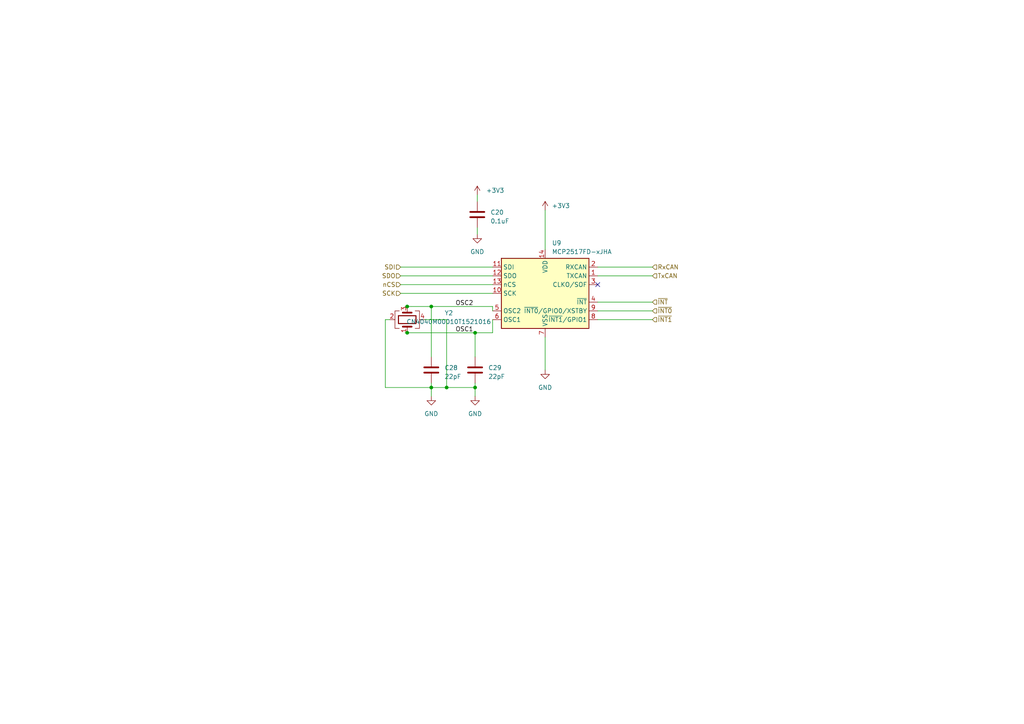
<source format=kicad_sch>
(kicad_sch (version 20231120) (generator "eeschema") (generator_version "8.0")
  (paper "A4")
  (title_block (title "SPI to CAN converter") (date "2023-11-15") (comment 1 "Author Originel: Yassine Bakkali") (comment 2 "Revision faite par Pedro Conde"))
  (lib_symbols
    (symbol "Device:C" (pin_numbers hide) (pin_names (offset 0.254))
      (property "Reference" "C" (at 0.635 2.54 0))
      (property "Value" "C" (at 0.635 -2.54 0))
      (symbol "C_0_1"
        (polyline (pts (xy -2.032 -0.762) (xy 2.032 -0.762)) (stroke (width 0.508)))
        (polyline (pts (xy -2.032 0.762) (xy 2.032 0.762)) (stroke (width 0.508)))
      )
      (symbol "C_1_1"
        (pin passive line (at 0 3.81 270) (length 2.794) (name "~") (number "1"))
        (pin passive line (at 0 -3.81 90) (length 2.794) (name "~") (number "2"))
      )
    )
    (symbol "Device:Crystal_GND24" (pin_names (offset 1.016) hide)
      (property "Reference" "Y" (at 3.175 5.08 0))
      (property "Value" "Crystal_GND24" (at 3.175 3.175 0))
      (symbol "Crystal_GND24_0_1"
        (rectangle (start -1.143 2.54) (end 1.143 -2.54) (stroke (width 0.3048)))
        (polyline (pts (xy -2.54 0) (xy -2.032 0)))
        (polyline (pts (xy -2.032 -1.27) (xy -2.032 1.27)) (stroke (width 0.508)))
        (polyline (pts (xy 0 -3.81) (xy 0 -3.556)))
        (polyline (pts (xy 0 3.556) (xy 0 3.81)))
        (polyline (pts (xy 2.032 -1.27) (xy 2.032 1.27)) (stroke (width 0.508)))
        (polyline (pts (xy 2.032 0) (xy 2.54 0)))
        (polyline (pts (xy -2.54 -2.286) (xy -2.54 -3.556) (xy 2.54 -3.556) (xy 2.54 -2.286)))
        (polyline (pts (xy -2.54 2.286) (xy -2.54 3.556) (xy 2.54 3.556) (xy 2.54 2.286)))
      )
      (symbol "Crystal_GND24_1_1"
        (pin passive line (at -3.81 0 0) (length 1.27) (name "1") (number "1"))
        (pin passive line (at 0 5.08 270) (length 1.27) (name "2") (number "2"))
        (pin passive line (at 3.81 0 180) (length 1.27) (name "3") (number "3"))
        (pin passive line (at 0 -5.08 90) (length 1.27) (name "4") (number "4"))
      )
    )
    (symbol "Interface_CAN_LIN:MCP2517FD-xJHA"
      (property "Reference" "U" (at -12.7 12.7 0))
      (property "Value" "MCP2517FD-xJHA" (at 2.54 12.7 0))
      (symbol "MCP2517FD-xJHA_0_1"
        (rectangle (start -12.7 10.16) (end 12.7 -10.16) (stroke (width 0.254)) (fill (type background)))
      )
      (symbol "MCP2517FD-xJHA_1_1"
        (pin output line (at 15.24 5.08 180) (length 2.54) (name "TXCAN") (number "1"))
        (pin input line (at -15.24 0 0) (length 2.54) (name "SCK") (number "10"))
        (pin input line (at -15.24 7.62 0) (length 2.54) (name "SDI") (number "11"))
        (pin output line (at -15.24 5.08 0) (length 2.54) (name "SDO") (number "12"))
        (pin input line (at -15.24 2.54 0) (length 2.54) (name "nCS") (number "13"))
        (pin power_in line (at 0 12.7 270) (length 2.54) (name "VDD") (number "14"))
        (pin passive line (at 0 -12.7 90) (length 2.54) hide (name "VSS") (number "15"))
        (pin input line (at 15.24 7.62 180) (length 2.54) (name "RXCAN") (number "2"))
        (pin output line (at 15.24 2.54 180) (length 2.54) (name "CLKO/SOF") (number "3"))
        (pin output line (at 15.24 -2.54 180) (length 2.54) (name "~{INT}") (number "4"))
        (pin output line (at -15.24 -5.08 0) (length 2.54) (name "OSC2") (number "5"))
        (pin input line (at -15.24 -7.62 0) (length 2.54) (name "OSC1") (number "6"))
        (pin power_in line (at 0 -12.7 90) (length 2.54) (name "VSS") (number "7"))
        (pin bidirectional line (at 15.24 -7.62 180) (length 2.54) (name "~{INT1}/GPIO1") (number "8"))
        (pin bidirectional line (at 15.24 -5.08 180) (length 2.54) (name "~{INT0}/GPIO0/XSTBY") (number "9"))
      )
    )
    (symbol "PCM_4ms_Power-symbol:+3.3V" (power) (pin_names (offset 0))
      (property "Value" "+3.3V" (at 0 3.556 0))
      (symbol "+3.3V_0_1"
        (polyline (pts (xy -0.762 1.27) (xy 0 2.54)))
        (polyline (pts (xy 0 0) (xy 0 2.54)))
        (polyline (pts (xy 0 2.54) (xy 0.762 1.27)))
      )
      (symbol "+3.3V_1_1"
        (pin power_in line (at 0 0 90) (length 0) hide (name "+3V3") (number "1"))
      )
    )
    (symbol "PCM_4ms_Power-symbol:GND" (power) (pin_names (offset 0))
      (property "Value" "GND" (at 0 -3.81 0))
      (symbol "GND_0_1"
        (polyline (pts (xy 0 0) (xy 0 -1.27) (xy 1.27 -1.27) (xy 0 -2.54) (xy -1.27 -1.27) (xy 0 -1.27)))
      )
      (symbol "GND_1_1"
        (pin power_in line (at 0 0 270) (length 0) hide (name "GND") (number "1"))
      )
    )
  )
  (junction (at 137.795 96.52))
  (junction (at 125.095 112.395))
  (junction (at 125.095 88.9))
  (junction (at 137.795 112.395))
  (junction (at 118.11 96.52))
  (junction (at 118.11 88.9))
  (junction (at 129.54 112.395))
  (no_connect (at 173.355 82.55))
  (wire (pts (xy 142.875 88.9) (xy 142.875 90.17)))
  (wire (pts (xy 137.795 96.52) (xy 137.795 103.505)))
  (wire (pts (xy 125.095 88.9) (xy 125.095 103.505)))
  (wire (pts (xy 189.23 92.71) (xy 173.355 92.71)))
  (wire (pts (xy 111.76 112.395) (xy 125.095 112.395)))
  (wire (pts (xy 158.115 60.96) (xy 158.115 72.39)))
  (wire (pts (xy 189.23 87.63) (xy 173.355 87.63)))
  (wire (pts (xy 138.43 56.515) (xy 138.43 58.42)))
  (wire (pts (xy 137.795 96.52) (xy 118.11 96.52)))
  (wire (pts (xy 125.095 88.9) (xy 142.875 88.9)))
  (wire (pts (xy 113.03 92.71) (xy 111.76 92.71)))
  (wire (pts (xy 129.54 112.395) (xy 125.095 112.395)))
  (wire (pts (xy 118.11 96.52) (xy 117.475 96.52)))
  (wire (pts (xy 118.11 88.9) (xy 125.095 88.9)))
  (wire (pts (xy 125.095 112.395) (xy 125.095 114.935)))
  (wire (pts (xy 137.795 112.395) (xy 137.795 114.935)))
  (wire (pts (xy 116.205 85.09) (xy 142.875 85.09)))
  (wire (pts (xy 111.76 92.71) (xy 111.76 112.395)))
  (wire (pts (xy 129.54 112.395) (xy 137.795 112.395)))
  (wire (pts (xy 173.355 77.47) (xy 189.23 77.47)))
  (wire (pts (xy 123.19 92.71) (xy 129.54 92.71)))
  (wire (pts (xy 137.795 111.125) (xy 137.795 112.395)))
  (wire (pts (xy 189.23 90.17) (xy 173.355 90.17)))
  (wire (pts (xy 117.475 88.9) (xy 118.11 88.9)))
  (wire (pts (xy 142.875 92.71) (xy 142.875 96.52)))
  (wire (pts (xy 116.205 80.01) (xy 142.875 80.01)))
  (wire (pts (xy 173.355 80.01) (xy 189.23 80.01)))
  (wire (pts (xy 142.875 96.52) (xy 137.795 96.52)))
  (wire (pts (xy 116.205 82.55) (xy 142.875 82.55)))
  (wire (pts (xy 125.095 111.125) (xy 125.095 112.395)))
  (wire (pts (xy 138.43 66.04) (xy 138.43 67.945)))
  (wire (pts (xy 158.115 97.79) (xy 158.115 107.315)))
  (wire (pts (xy 116.205 77.47) (xy 142.875 77.47)))
  (wire (pts (xy 129.54 92.71) (xy 129.54 112.395)))
  (label "OSC2" (at 132.08 88.9 0))
  (label "OSC1" (at 132.08 96.52 0))
  (hierarchical_label "~{INT}" (shape input) (at 189.23 87.63 0))
  (hierarchical_label "nCS" (shape input) (at 116.205 82.55 180))
  (hierarchical_label "SCK" (shape input) (at 116.205 85.09 180))
  (hierarchical_label "~{INT1}" (shape input) (at 189.23 92.71 0))
  (hierarchical_label "RxCAN" (shape input) (at 189.23 77.47 0))
  (hierarchical_label "TxCAN" (shape input) (at 189.23 80.01 0))
  (hierarchical_label "~{INT0}" (shape input) (at 189.23 90.17 0))
  (hierarchical_label "SDO" (shape input) (at 116.205 80.01 180))
  (hierarchical_label "SDI" (shape input) (at 116.205 77.47 180))
  (symbol (lib_id "Interface_CAN_LIN:MCP2517FD-xJHA") (at 158.115 85.09 0) (unit 1)
    (property "Reference" "U9" (at 160.0709 70.485 0) (effects (justify left)))
    (property "Value" "MCP2517FD-xJHA" (at 160.0709 73.025 0) (effects (justify left)))
    (property "Footprint" "Package_DFN_QFN:DFN-14-1EP_3x4.5mm_P0.65mm_EP1.65x4.25mm" (effects (hide yes)))
    (property "Datasheet" "https://ww1.microchip.com/downloads/en/DeviceDoc/20005688A.pdf" (effects (hide yes)))
    (instances (project "jetson_hat" (path "" (reference "U9") (unit 1))) (project "HatV3" (path "" (reference "U5") (unit 1))))
  )
  (symbol (lib_id "Device:C") (at 138.43 62.23 0) (unit 1)
    (property "Reference" "C20" (at 142.24 61.595 0) (effects (justify left)))
    (property "Value" "0.1uF" (at 142.24 64.135 0) (effects (justify left)))
    (property "Footprint" "Capacitor_SMD:C_0603_1608Metric_Pad1.08x0.95mm_HandSolder" (effects (hide yes)))
    (instances (project "jetson_hat" (path "" (reference "C20") (unit 1))) (project "HatV3" (path "" (reference "C13") (unit 1))))
  )
  (symbol (lib_id "PCM_4ms_Power-symbol:GND") (at 125.095 114.935 0) (unit 1)
    (property "Reference" "#PWR048" (effects (hide yes)))
    (property "Value" "GND" (at 125.095 120.015 0))
    (instances (project "jetson_hat" (path "" (reference "#PWR048") (unit 1))) (project "HatV3" (path "" (reference "#PWR025") (unit 1))))
  )
  (symbol (lib_id "PCM_4ms_Power-symbol:GND") (at 138.43 67.945 0) (unit 1)
    (property "Reference" "#PWR035" (effects (hide yes)))
    (property "Value" "GND" (at 138.43 73.025 0))
    (instances (project "jetson_hat" (path "" (reference "#PWR035") (unit 1))) (project "HatV3" (path "" (reference "#PWR028") (unit 1))))
  )
  (symbol (lib_id "PCM_4ms_Power-symbol:GND") (at 158.115 107.315 0) (unit 1)
    (property "Reference" "#PWR034" (effects (hide yes)))
    (property "Value" "GND" (at 158.115 112.395 0))
    (instances (project "jetson_hat" (path "" (reference "#PWR034") (unit 1))) (project "HatV3" (path "" (reference "#PWR030") (unit 1))))
  )
  (symbol (lib_id "Device:Crystal_GND24") (at 118.11 92.71 90) (unit 1)
    (property "Reference" "Y2" (at 130.175 90.7797 90))
    (property "Value" "CN4040M00010T1521016" (at 130.175 93.3197 90))
    (property "Footprint" "Crystal:Crystal_SMD_2016-4Pin_2.0x1.6mm" (effects (hide yes)))
    (instances (project "jetson_hat" (path "" (reference "Y2") (unit 1))) (project "HatV3" (path "" (reference "Y1") (unit 1))))
  )
  (symbol (lib_id "Device:C") (at 125.095 107.315 0) (unit 1)
    (property "Reference" "C28" (at 128.905 106.68 0) (effects (justify left)))
    (property "Value" "22pF" (at 128.905 109.22 0) (effects (justify left)))
    (property "Footprint" "Capacitor_SMD:C_0603_1608Metric_Pad1.08x0.95mm_HandSolder" (effects (hide yes)))
    (instances (project "jetson_hat" (path "" (reference "C28") (unit 1))) (project "HatV3" (path "" (reference "C11") (unit 1))))
  )
  (symbol (lib_id "PCM_4ms_Power-symbol:+3.3V") (at 158.115 60.96 0) (unit 1)
    (property "Reference" "#PWR033" (effects (hide yes)))
    (property "Value" "+3V3" (at 160.02 59.69 0) (effects (justify left)))
    (instances (project "jetson_hat" (path "" (reference "#PWR033") (unit 1))) (project "HatV3" (path "" (reference "#PWR029") (unit 1))))
  )
  (symbol (lib_id "Device:C") (at 137.795 107.315 0) (unit 1)
    (property "Reference" "C29" (at 141.605 106.68 0) (effects (justify left)))
    (property "Value" "22pF" (at 141.605 109.22 0) (effects (justify left)))
    (property "Footprint" "Capacitor_SMD:C_0603_1608Metric_Pad1.08x0.95mm_HandSolder" (effects (hide yes)))
    (instances (project "jetson_hat" (path "" (reference "C29") (unit 1))) (project "HatV3" (path "" (reference "C12") (unit 1))))
  )
  (symbol (lib_id "PCM_4ms_Power-symbol:+3.3V") (at 138.43 56.515 0) (unit 1)
    (property "Reference" "#PWR036" (effects (hide yes)))
    (property "Value" "+3V3" (at 140.97 55.245 0) (effects (justify left)))
    (instances (project "jetson_hat" (path "" (reference "#PWR036") (unit 1))) (project "HatV3" (path "" (reference "#PWR027") (unit 1))))
  )
  (symbol (lib_id "PCM_4ms_Power-symbol:GND") (at 137.795 114.935 0) (unit 1)
    (property "Reference" "#PWR047" (effects (hide yes)))
    (property "Value" "GND" (at 137.795 120.015 0))
    (instances (project "jetson_hat" (path "" (reference "#PWR047") (unit 1))) (project "HatV3" (path "" (reference "#PWR026") (unit 1))))
  )
)
</source>
